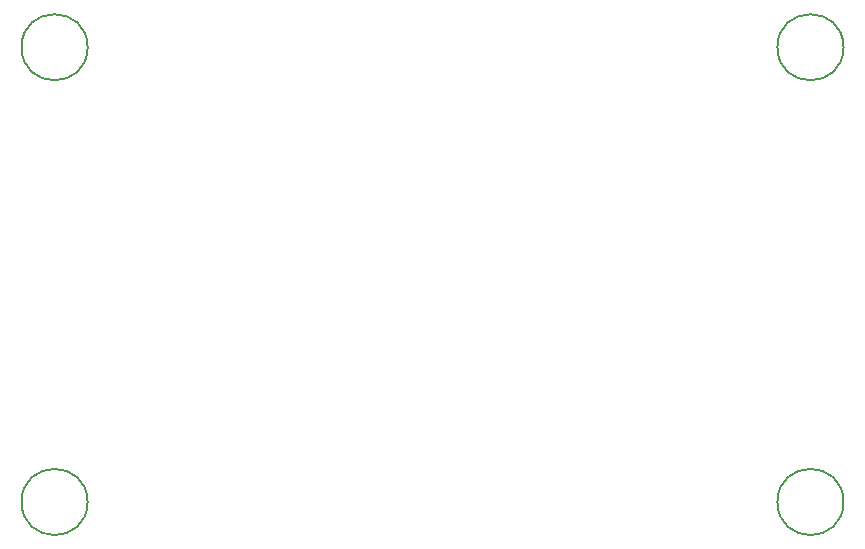
<source format=gbr>
G04 #@! TF.GenerationSoftware,KiCad,Pcbnew,(5.1.7)-1*
G04 #@! TF.CreationDate,2020-12-10T19:47:03+02:00*
G04 #@! TF.ProjectId,peltier,70656c74-6965-4722-9e6b-696361645f70,rev?*
G04 #@! TF.SameCoordinates,Original*
G04 #@! TF.FileFunction,Other,Comment*
%FSLAX46Y46*%
G04 Gerber Fmt 4.6, Leading zero omitted, Abs format (unit mm)*
G04 Created by KiCad (PCBNEW (5.1.7)-1) date 2020-12-10 19:47:03*
%MOMM*%
%LPD*%
G01*
G04 APERTURE LIST*
%ADD10C,0.150000*%
G04 APERTURE END LIST*
D10*
X130300000Y-113000000D02*
G75*
G03*
X130300000Y-113000000I-2800000J0D01*
G01*
X130300000Y-74500000D02*
G75*
G03*
X130300000Y-74500000I-2800000J0D01*
G01*
X194300000Y-74500000D02*
G75*
G03*
X194300000Y-74500000I-2800000J0D01*
G01*
X194300000Y-113000000D02*
G75*
G03*
X194300000Y-113000000I-2800000J0D01*
G01*
M02*

</source>
